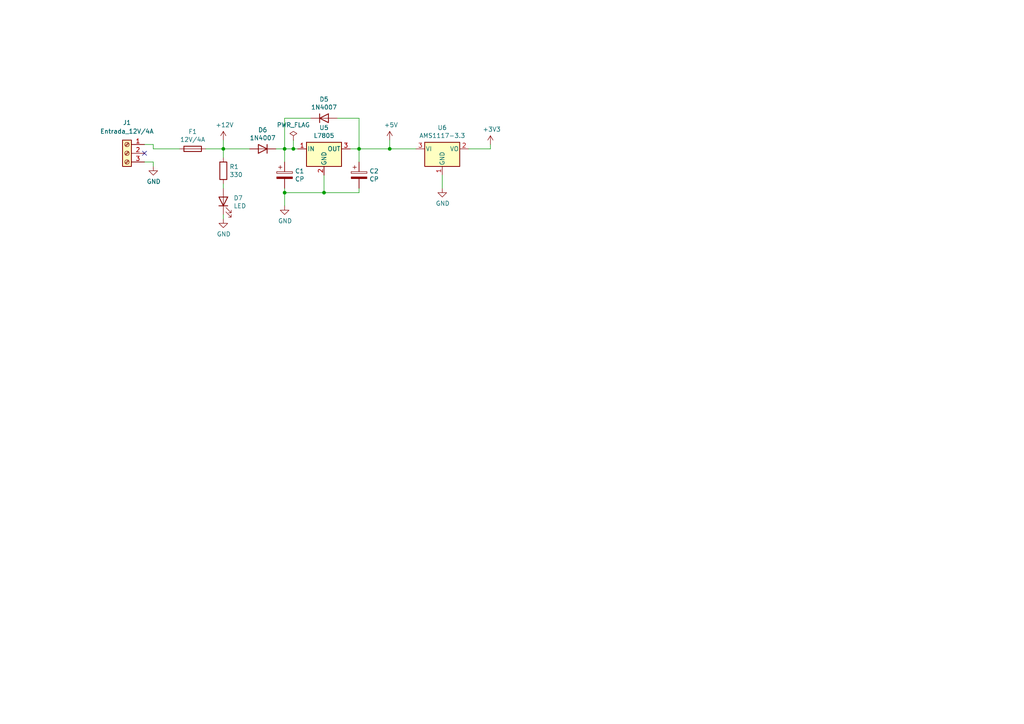
<source format=kicad_sch>
(kicad_sch (version 20211123) (generator eeschema)
  (paper "A4")
  (lib_symbols
    (symbol "Connector:Screw_Terminal_01x03" (pin_names (offset 1.016) hide)
      (property "Reference" "J" (at 0 5.08 0))
      (property "Value" "Screw_Terminal_01x03" (at 0 -5.08 0))
      (symbol "Screw_Terminal_01x03_1_1"
        (rectangle (start -1.27 3.81) (end 1.27 -3.81) (stroke (width 0.254)) (fill (type background)))
        (circle (center 0 -2.54) (radius 0.635) (stroke (width 0.1524)))
        (polyline (pts (xy -0.5334 -2.2098) (xy 0.3302 -3.048)) (stroke (width 0.1524)))
        (polyline (pts (xy -0.5334 0.3302) (xy 0.3302 -0.508)) (stroke (width 0.1524)))
        (polyline (pts (xy -0.5334 2.8702) (xy 0.3302 2.032)) (stroke (width 0.1524)))
        (polyline (pts (xy -0.3556 -2.032) (xy 0.508 -2.8702)) (stroke (width 0.1524)))
        (polyline (pts (xy -0.3556 0.508) (xy 0.508 -0.3302)) (stroke (width 0.1524)))
        (polyline (pts (xy -0.3556 3.048) (xy 0.508 2.2098)) (stroke (width 0.1524)))
        (circle (center 0 0) (radius 0.635) (stroke (width 0.1524)))
        (circle (center 0 2.54) (radius 0.635) (stroke (width 0.1524)))
        (pin passive line (at -5.08 2.54 0) (length 3.81) (name "Pin_1") (number "1"))
        (pin passive line (at -5.08 0 0) (length 3.81) (name "Pin_2") (number "2"))
        (pin passive line (at -5.08 -2.54 0) (length 3.81) (name "Pin_3") (number "3"))
      )
    )
    (symbol "Device:Fuse" (pin_numbers hide) (pin_names (offset 0))
      (property "Reference" "F" (at 2.032 0 90))
      (property "Value" "Fuse" (at -1.905 0 90))
      (symbol "Fuse_0_1"
        (rectangle (start -0.762 -2.54) (end 0.762 2.54) (stroke (width 0.254)))
        (polyline (pts (xy 0 2.54) (xy 0 -2.54)))
      )
      (symbol "Fuse_1_1"
        (pin passive line (at 0 3.81 270) (length 1.27) (name "~") (number "1"))
        (pin passive line (at 0 -3.81 90) (length 1.27) (name "~") (number "2"))
      )
    )
    (symbol "Device:LED" (pin_numbers hide) (pin_names (offset 1.016) hide)
      (property "Reference" "D" (at 0 2.54 0))
      (property "Value" "LED" (at 0 -2.54 0))
      (symbol "LED_0_1"
        (polyline (pts (xy -1.27 -1.27) (xy -1.27 1.27)) (stroke (width 0.254)))
        (polyline (pts (xy -1.27 0) (xy 1.27 0)))
        (polyline (pts (xy 1.27 -1.27) (xy 1.27 1.27) (xy -1.27 0) (xy 1.27 -1.27)) (stroke (width 0.254)))
        (polyline (pts (xy -3.048 -0.762) (xy -4.572 -2.286) (xy -3.81 -2.286) (xy -4.572 -2.286) (xy -4.572 -1.524)))
        (polyline (pts (xy -1.778 -0.762) (xy -3.302 -2.286) (xy -2.54 -2.286) (xy -3.302 -2.286) (xy -3.302 -1.524)))
      )
      (symbol "LED_1_1"
        (pin passive line (at -3.81 0 0) (length 2.54) (name "K") (number "1"))
        (pin passive line (at 3.81 0 180) (length 2.54) (name "A") (number "2"))
      )
    )
    (symbol "Device:R" (pin_numbers hide) (pin_names (offset 0))
      (property "Reference" "R" (at 2.032 0 90))
      (property "Value" "R" (at 0 0 90))
      (symbol "R_0_1"
        (rectangle (start -1.016 -2.54) (end 1.016 2.54) (stroke (width 0.254)))
      )
      (symbol "R_1_1"
        (pin passive line (at 0 3.81 270) (length 1.27) (name "~") (number "1"))
        (pin passive line (at 0 -3.81 90) (length 1.27) (name "~") (number "2"))
      )
    )
    (symbol "Diode:1N4007" (pin_numbers hide) (pin_names (offset 1.016) hide)
      (property "Reference" "D" (at 0 2.54 0))
      (property "Value" "1N4007" (at 0 -2.54 0))
      (symbol "1N4007_0_1"
        (polyline (pts (xy -1.27 1.27) (xy -1.27 -1.27)) (stroke (width 0.254)))
        (polyline (pts (xy 1.27 0) (xy -1.27 0)))
        (polyline (pts (xy 1.27 1.27) (xy 1.27 -1.27) (xy -1.27 0) (xy 1.27 1.27)) (stroke (width 0.254)))
      )
      (symbol "1N4007_1_1"
        (pin passive line (at -3.81 0 0) (length 2.54) (name "K") (number "1"))
        (pin passive line (at 3.81 0 180) (length 2.54) (name "A") (number "2"))
      )
    )
    (symbol "P_Inyectores_Rpi_pico-rescue:+3.3V-power" (power) (pin_names (offset 0))
      (property "Value" "+3.3V-power" (at 0 3.556 0))
      (symbol "+3.3V-power_0_1"
        (polyline (pts (xy -0.762 1.27) (xy 0 2.54)))
        (polyline (pts (xy 0 0) (xy 0 2.54)))
        (polyline (pts (xy 0 2.54) (xy 0.762 1.27)))
      )
      (symbol "+3.3V-power_1_1"
        (pin power_in line (at 0 0 90) (length 0) hide (name "+3V3") (number "1"))
      )
    )
    (symbol "P_Inyectores_Rpi_pico-rescue:CP-Device" (pin_numbers hide) (pin_names (offset 0.254))
      (property "Reference" "C" (at 0.635 2.54 0))
      (property "Value" "CP-Device" (at 0.635 -2.54 0))
      (symbol "CP-Device_0_1"
        (rectangle (start -2.286 0.508) (end 2.286 1.016))
        (polyline (pts (xy -1.778 2.286) (xy -0.762 2.286)))
        (polyline (pts (xy -1.27 2.794) (xy -1.27 1.778)))
        (rectangle (start 2.286 -0.508) (end -2.286 -1.016) (fill (type outline)))
      )
      (symbol "CP-Device_1_1"
        (pin passive line (at 0 3.81 270) (length 2.794) (name "~") (number "1"))
        (pin passive line (at 0 -3.81 90) (length 2.794) (name "~") (number "2"))
      )
    )
    (symbol "Regulator_Linear:AMS1117-3.3" (pin_names (offset 0.254))
      (property "Reference" "U" (at -3.81 3.175 0))
      (property "Value" "AMS1117-3.3" (at 0 3.175 0))
      (symbol "AMS1117-3.3_0_1"
        (rectangle (start -5.08 -5.08) (end 5.08 1.905) (stroke (width 0.254)) (fill (type background)))
      )
      (symbol "AMS1117-3.3_1_1"
        (pin power_in line (at 0 -7.62 90) (length 2.54) (name "GND") (number "1"))
        (pin power_out line (at 7.62 0 180) (length 2.54) (name "VO") (number "2"))
        (pin power_in line (at -7.62 0 0) (length 2.54) (name "VI") (number "3"))
      )
    )
    (symbol "Regulator_Linear:L7805" (pin_names (offset 0.254))
      (property "Reference" "U" (at -3.81 3.175 0))
      (property "Value" "L7805" (at 0 3.175 0))
      (symbol "L7805_0_1"
        (rectangle (start -5.08 1.905) (end 5.08 -5.08) (stroke (width 0.254)) (fill (type background)))
      )
      (symbol "L7805_1_1"
        (pin power_in line (at -7.62 0 0) (length 2.54) (name "IN") (number "1"))
        (pin power_in line (at 0 -7.62 90) (length 2.54) (name "GND") (number "2"))
        (pin power_out line (at 7.62 0 180) (length 2.54) (name "OUT") (number "3"))
      )
    )
    (symbol "power:+12V" (power) (pin_names (offset 0))
      (property "Value" "+12V" (at 0 3.556 0))
      (symbol "+12V_0_1"
        (polyline (pts (xy -0.762 1.27) (xy 0 2.54)))
        (polyline (pts (xy 0 0) (xy 0 2.54)))
        (polyline (pts (xy 0 2.54) (xy 0.762 1.27)))
      )
      (symbol "+12V_1_1"
        (pin power_in line (at 0 0 90) (length 0) hide (name "+12V") (number "1"))
      )
    )
    (symbol "power:+5V" (power) (pin_names (offset 0))
      (property "Value" "+5V" (at 0 3.556 0))
      (symbol "+5V_0_1"
        (polyline (pts (xy -0.762 1.27) (xy 0 2.54)))
        (polyline (pts (xy 0 0) (xy 0 2.54)))
        (polyline (pts (xy 0 2.54) (xy 0.762 1.27)))
      )
      (symbol "+5V_1_1"
        (pin power_in line (at 0 0 90) (length 0) hide (name "+5V") (number "1"))
      )
    )
    (symbol "power:GND" (power) (pin_names (offset 0))
      (property "Value" "GND" (at 0 -3.81 0))
      (symbol "GND_0_1"
        (polyline (pts (xy 0 0) (xy 0 -1.27) (xy 1.27 -1.27) (xy 0 -2.54) (xy -1.27 -1.27) (xy 0 -1.27)))
      )
      (symbol "GND_1_1"
        (pin power_in line (at 0 0 270) (length 0) hide (name "GND") (number "1"))
      )
    )
    (symbol "power:PWR_FLAG" (power) (pin_numbers hide) (pin_names (offset 0) hide)
      (property "Value" "PWR_FLAG" (at 0 3.81 0))
      (symbol "PWR_FLAG_0_0"
        (pin power_out line (at 0 0 90) (length 0) (name "pwr") (number "1"))
      )
      (symbol "PWR_FLAG_0_1"
        (polyline (pts (xy 0 0) (xy 0 1.27) (xy -1.016 1.905) (xy 0 2.54) (xy 1.016 1.905) (xy 0 1.27)))
      )
    )
  )
  (junction (at 113.03 43.18))
  (junction (at 64.77 43.18))
  (junction (at 104.14 43.18))
  (junction (at 93.98 55.88))
  (junction (at 82.55 55.88))
  (junction (at 85.09 43.18))
  (junction (at 82.55 43.18))
  (no_connect (at 41.91 44.45))
  (wire (pts (xy 82.55 55.88) (xy 82.55 54.61)))
  (wire (pts (xy 82.55 43.18) (xy 85.09 43.18)))
  (wire (pts (xy 64.77 43.18) (xy 72.39 43.18)))
  (wire (pts (xy 80.01 43.18) (xy 82.55 43.18)))
  (wire (pts (xy 104.14 46.99) (xy 104.14 43.18)))
  (wire (pts (xy 85.09 40.64) (xy 85.09 43.18)))
  (wire (pts (xy 142.24 41.91) (xy 142.24 43.18)))
  (wire (pts (xy 113.03 40.64) (xy 113.03 43.18)))
  (wire (pts (xy 82.55 34.29) (xy 82.55 43.18)))
  (wire (pts (xy 104.14 54.61) (xy 104.14 55.88)))
  (wire (pts (xy 128.27 54.61) (xy 128.27 50.8)))
  (wire (pts (xy 85.09 43.18) (xy 86.36 43.18)))
  (wire (pts (xy 44.45 41.91) (xy 44.45 43.18)))
  (wire (pts (xy 64.77 53.34) (xy 64.77 54.61)))
  (wire (pts (xy 82.55 59.69) (xy 82.55 55.88)))
  (wire (pts (xy 93.98 55.88) (xy 82.55 55.88)))
  (wire (pts (xy 93.98 50.8) (xy 93.98 55.88)))
  (wire (pts (xy 64.77 45.72) (xy 64.77 43.18)))
  (wire (pts (xy 104.14 34.29) (xy 104.14 43.18)))
  (wire (pts (xy 113.03 43.18) (xy 104.14 43.18)))
  (wire (pts (xy 44.45 46.99) (xy 41.91 46.99)))
  (wire (pts (xy 97.79 34.29) (xy 104.14 34.29)))
  (wire (pts (xy 120.65 43.18) (xy 113.03 43.18)))
  (wire (pts (xy 142.24 43.18) (xy 135.89 43.18)))
  (wire (pts (xy 90.17 34.29) (xy 82.55 34.29)))
  (wire (pts (xy 44.45 48.26) (xy 44.45 46.99)))
  (wire (pts (xy 44.45 43.18) (xy 52.07 43.18)))
  (wire (pts (xy 104.14 55.88) (xy 93.98 55.88)))
  (wire (pts (xy 59.69 43.18) (xy 64.77 43.18)))
  (wire (pts (xy 64.77 63.5) (xy 64.77 62.23)))
  (wire (pts (xy 104.14 43.18) (xy 101.6 43.18)))
  (wire (pts (xy 64.77 40.64) (xy 64.77 43.18)))
  (wire (pts (xy 41.91 41.91) (xy 44.45 41.91)))
  (wire (pts (xy 82.55 46.99) (xy 82.55 43.18)))
  (symbol (lib_id "power:+12V") (at 64.77 40.64 0) (unit 1)
    (property "Reference" "#PWR0101" (effects hide))
    (property "Value" "+12V" (at 65.151 36.2458 0))
  )
  (symbol (lib_id "Diode:1N4007") (at 76.2 43.18 180) (unit 1)
    (property "Reference" "D6" (at 76.2 37.6936 0))
    (property "Value" "1N4007" (at 76.2 40.005 0))
    (property "Footprint" "Diode_THT:D_DO-41_SOD81_P10.16mm_Horizontal" (effects hide))
    (property "Datasheet" "http://www.vishay.com/docs/88503/1n4001.pdf" (effects hide))
  )
  (symbol (lib_id "Device:Fuse") (at 55.88 43.18 270) (unit 1)
    (property "Reference" "F1" (at 55.88 38.1762 90))
    (property "Value" "12V/4A" (at 55.88 40.4876 90))
    (property "Footprint" "Fuse:Fuse_SunFuse-6HP" (effects hide))
  )
  (symbol (lib_id "power:GND") (at 44.45 48.26 0) (unit 1)
    (property "Reference" "#PWR0102" (effects hide))
    (property "Value" "GND" (at 44.577 52.6542 0))
  )
  (symbol (lib_id "P_Inyectores_Rpi_pico-rescue:CP-Device") (at 82.55 50.8 0) (unit 1)
    (property "Reference" "C1" (at 85.5472 49.6316 0) (effects (justify left)))
    (property "Value" "CP" (at 85.5472 51.943 0) (effects (justify left)))
    (property "Footprint" "Capacitor_THT:CP_Radial_D5.0mm_P2.00mm" (effects hide))
  )
  (symbol (lib_id "power:GND") (at 82.55 59.69 0) (unit 1)
    (property "Reference" "#PWR0105" (effects hide))
    (property "Value" "GND" (at 82.677 64.0842 0))
  )
  (symbol (lib_id "P_Inyectores_Rpi_pico-rescue:CP-Device") (at 104.14 50.8 0) (unit 1)
    (property "Reference" "C2" (at 107.1372 49.6316 0) (effects (justify left)))
    (property "Value" "CP" (at 107.1372 51.943 0) (effects (justify left)))
    (property "Footprint" "Capacitor_THT:CP_Radial_D5.0mm_P2.00mm" (effects hide))
  )
  (symbol (lib_id "Diode:1N4007") (at 93.98 34.29 0) (unit 1)
    (property "Reference" "D5" (at 93.98 28.8036 0))
    (property "Value" "1N4007" (at 93.98 31.115 0))
    (property "Footprint" "Diode_THT:D_DO-41_SOD81_P10.16mm_Horizontal" (effects hide))
    (property "Datasheet" "http://www.vishay.com/docs/88503/1n4001.pdf" (effects hide))
  )
  (symbol (lib_id "Device:LED") (at 64.77 58.42 90) (unit 1)
    (property "Reference" "D7" (at 67.7418 57.4294 90) (effects (justify right)))
    (property "Value" "LED" (at 67.7418 59.7408 90) (effects (justify right)))
    (property "Footprint" "LED_THT:LED_D5.0mm" (effects hide))
  )
  (symbol (lib_id "Device:R") (at 64.77 49.53 0) (unit 1)
    (property "Reference" "R1" (at 66.548 48.3616 0) (effects (justify left)))
    (property "Value" "330" (at 66.548 50.673 0) (effects (justify left)))
    (property "Footprint" "Resistor_THT:R_Axial_DIN0207_L6.3mm_D2.5mm_P10.16mm_Horizontal" (effects hide))
  )
  (symbol (lib_id "power:GND") (at 64.77 63.5 0) (unit 1)
    (property "Reference" "#PWR0103" (effects hide))
    (property "Value" "GND" (at 64.897 67.8942 0))
  )
  (symbol (lib_id "Regulator_Linear:L7805") (at 93.98 43.18 0) (unit 1)
    (property "Reference" "U5" (at 93.98 37.0332 0))
    (property "Value" "L7805" (at 93.98 39.3446 0))
    (property "Footprint" "Package_TO_SOT_THT:TO-220-3_Vertical" (effects hide))
    (property "Datasheet" "http://www.st.com/content/ccc/resource/technical/document/datasheet/41/4f/b3/b0/12/d4/47/88/CD00000444.pdf/files/CD00000444.pdf/jcr:content/translations/en.CD00000444.pdf" (effects hide))
  )
  (symbol (lib_id "power:+5V") (at 113.03 40.64 0) (unit 1)
    (property "Reference" "#PWR0104" (effects hide))
    (property "Value" "+5V" (at 113.411 36.2458 0))
  )
  (symbol (lib_id "Regulator_Linear:AMS1117-3.3") (at 128.27 43.18 0) (unit 1)
    (property "Reference" "U6" (at 128.27 37.0332 0))
    (property "Value" "AMS1117-3.3" (at 128.27 39.3446 0))
    (property "Footprint" "Package_TO_SOT_SMD:SOT-223-3_TabPin2" (effects hide))
    (property "Datasheet" "http://www.advanced-monolithic.com/pdf/ds1117.pdf" (effects hide))
  )
  (symbol (lib_id "power:GND") (at 128.27 54.61 0) (unit 1)
    (property "Reference" "#PWR0106" (effects hide))
    (property "Value" "GND" (at 128.397 59.0042 0))
  )
  (symbol (lib_id "P_Inyectores_Rpi_pico-rescue:+3.3V-power") (at 142.24 41.91 0) (unit 1)
    (property "Reference" "#PWR0107" (effects hide))
    (property "Value" "+3.3V" (at 142.621 37.5158 0))
  )
  (symbol (lib_id "power:PWR_FLAG") (at 85.09 40.64 0) (unit 1)
    (property "Reference" "#FLG0101" (effects hide))
    (property "Value" "PWR_FLAG" (at 85.09 36.2458 0))
  )
  (symbol (lib_id "Connector:Screw_Terminal_01x03") (at 36.83 44.45 0) (mirror y) (unit 1)
    (property "Reference" "J1" (at 36.83 35.56 0))
    (property "Value" "Entrada_12V/4A" (at 36.83 38.1 0))
    (property "Footprint" "Borneras:TerminalBlock_Phoenix_PT-1,5-3-5.0-H_1x03_P5.00mm_Horizontal" (effects hide))
  )
)
</source>
